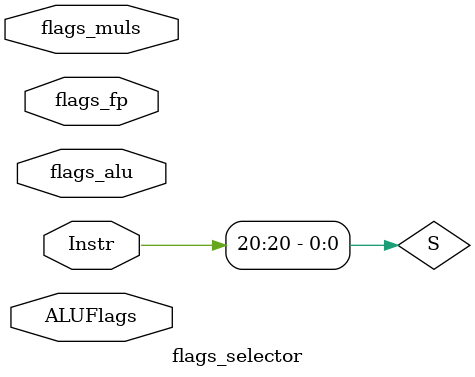
<source format=v>
`timescale 1ns / 1ps


module flags_selector(
flags_fp,
flags_muls,
flags_alu,
ALUFlags,
Instr
    );
input wire[31:0] Instr;     
input wire[3:0] flags_fp; 
input wire[3:0] flags_alu; 
input wire[3:0] flags_muls; 
input wire[3:0] ALUFlags;

reg[3:0] flags_result;

wire S = Instr[20];  // bit S que indica si se deben setear flags

    
always @(*)begin 
if(Instr[27:26] == 2'b11)
    flags_result = flags_muls;
else if(Instr[24:21] == 4'b1110 || Instr[24:21] == 4'b1011) //Instr[27:26] == 2'b01 &&
    flags_result = flags_fp;    
else 
    flags_result = flags_alu;
end
assign ALUFlags = S ?  flags_result :  4'b0000 ;
    
endmodule

</source>
